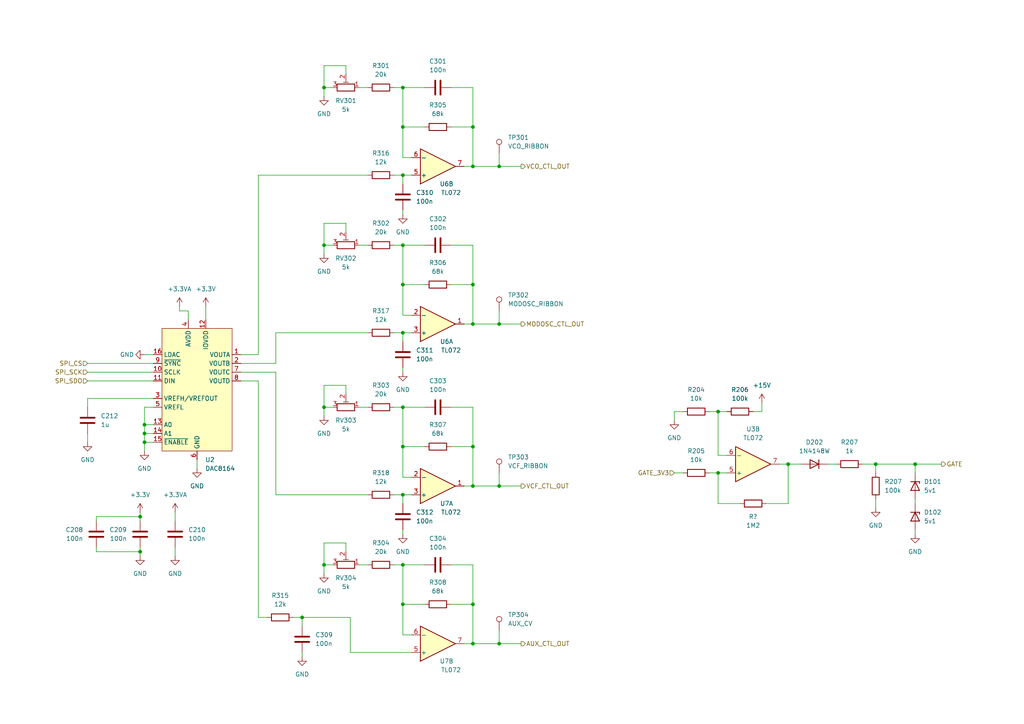
<source format=kicad_sch>
(kicad_sch (version 20230121) (generator eeschema)
  (paper "A4")
  (title_block (title "Josh Ox Ribbon Synth Ribbon board") (date "2023-03-10") (rev "1.0") (comment 1 "creativecommons.org/licences/by/4.0") (comment 2 "license: CC by 4.0") (comment 3 "Author: Jordan Aceto"))
  (lib_symbols
    (symbol "Amplifier_Operational:TL072" (pin_names (offset 0.127))
      (property "Reference" "U" (at 0 5.08 0))
      (property "Value" "TL072" (at 0 -5.08 0))
      (symbol "TL072_1_1"
        (polyline (pts (xy -5.08 5.08) (xy 5.08 0) (xy -5.08 -5.08) (xy -5.08 5.08)) (stroke (width 0.254)) (fill (type background)))
        (pin output line (at 7.62 0 180) (length 2.54) (name "~") (number "1"))
        (pin input line (at -7.62 -2.54 0) (length 2.54) (name "-") (number "2"))
        (pin input line (at -7.62 2.54 0) (length 2.54) (name "+") (number "3"))
      )
      (symbol "TL072_2_1"
        (polyline (pts (xy -5.08 5.08) (xy 5.08 0) (xy -5.08 -5.08) (xy -5.08 5.08)) (stroke (width 0.254)) (fill (type background)))
        (pin input line (at -7.62 2.54 0) (length 2.54) (name "+") (number "5"))
        (pin input line (at -7.62 -2.54 0) (length 2.54) (name "-") (number "6"))
        (pin output line (at 7.62 0 180) (length 2.54) (name "~") (number "7"))
      )
      (symbol "TL072_3_1"
        (pin power_in line (at -2.54 -7.62 90) (length 3.81) (name "V-") (number "4"))
        (pin power_in line (at -2.54 7.62 270) (length 3.81) (name "V+") (number "8"))
      )
    )
    (symbol "Connector:TestPoint" (pin_numbers hide) (pin_names (offset 0.762) hide)
      (property "Reference" "TP" (at 0 6.858 0))
      (property "Value" "TestPoint" (at 0 5.08 0))
      (symbol "TestPoint_0_1"
        (circle (center 0 3.302) (radius 0.762))
      )
      (symbol "TestPoint_1_1"
        (pin passive line (at 0 0 90) (length 2.54) (name "1") (number "1"))
      )
    )
    (symbol "Device:C" (pin_numbers hide) (pin_names (offset 0.254))
      (property "Reference" "C" (at 0.635 2.54 0))
      (property "Value" "C" (at 0.635 -2.54 0))
      (symbol "C_0_1"
        (polyline (pts (xy -2.032 -0.762) (xy 2.032 -0.762)) (stroke (width 0.508)))
        (polyline (pts (xy -2.032 0.762) (xy 2.032 0.762)) (stroke (width 0.508)))
      )
      (symbol "C_1_1"
        (pin passive line (at 0 3.81 270) (length 2.794) (name "~") (number "1"))
        (pin passive line (at 0 -3.81 90) (length 2.794) (name "~") (number "2"))
      )
    )
    (symbol "Device:D_Zener" (pin_numbers hide) (pin_names (offset 1.016) hide)
      (property "Reference" "D" (at 0 2.54 0))
      (property "Value" "D_Zener" (at 0 -2.54 0))
      (symbol "D_Zener_0_1"
        (polyline (pts (xy 1.27 0) (xy -1.27 0)))
        (polyline (pts (xy -1.27 -1.27) (xy -1.27 1.27) (xy -0.762 1.27)) (stroke (width 0.254)))
        (polyline (pts (xy 1.27 -1.27) (xy 1.27 1.27) (xy -1.27 0) (xy 1.27 -1.27)) (stroke (width 0.254)))
      )
      (symbol "D_Zener_1_1"
        (pin passive line (at -3.81 0 0) (length 2.54) (name "K") (number "1"))
        (pin passive line (at 3.81 0 180) (length 2.54) (name "A") (number "2"))
      )
    )
    (symbol "Device:R" (pin_numbers hide) (pin_names (offset 0))
      (property "Reference" "R" (at 2.032 0 90))
      (property "Value" "R" (at 0 0 90))
      (symbol "R_0_1"
        (rectangle (start -1.016 -2.54) (end 1.016 2.54) (stroke (width 0.254)))
      )
      (symbol "R_1_1"
        (pin passive line (at 0 3.81 270) (length 1.27) (name "~") (number "1"))
        (pin passive line (at 0 -3.81 90) (length 1.27) (name "~") (number "2"))
      )
    )
    (symbol "Device:R_Potentiometer_Trim" (pin_names (offset 1.016) hide)
      (property "Reference" "RV" (at -4.445 0 90))
      (property "Value" "R_Potentiometer_Trim" (at -2.54 0 90))
      (symbol "R_Potentiometer_Trim_0_1"
        (polyline (pts (xy 1.524 0.762) (xy 1.524 -0.762)))
        (polyline (pts (xy 2.54 0) (xy 1.524 0)))
        (rectangle (start 1.016 2.54) (end -1.016 -2.54) (stroke (width 0.254)))
      )
      (symbol "R_Potentiometer_Trim_1_1"
        (pin passive line (at 0 3.81 270) (length 1.27) (name "1") (number "1"))
        (pin passive line (at 3.81 0 180) (length 1.27) (name "2") (number "2"))
        (pin passive line (at 0 -3.81 90) (length 1.27) (name "3") (number "3"))
      )
    )
    (symbol "Diode:1N4148W" (pin_numbers hide) (pin_names hide)
      (property "Reference" "D" (at 0 2.54 0))
      (property "Value" "1N4148W" (at 0 -2.54 0))
      (symbol "1N4148W_0_1"
        (polyline (pts (xy -1.27 1.27) (xy -1.27 -1.27)) (stroke (width 0.254)))
        (polyline (pts (xy 1.27 0) (xy -1.27 0)))
        (polyline (pts (xy 1.27 1.27) (xy 1.27 -1.27) (xy -1.27 0) (xy 1.27 1.27)) (stroke (width 0.254)))
      )
      (symbol "1N4148W_1_1"
        (pin passive line (at -3.81 0 0) (length 2.54) (name "K") (number "1"))
        (pin passive line (at 3.81 0 180) (length 2.54) (name "A") (number "2"))
      )
    )
    (symbol "custom_symbols:DAC8164"
      (property "Reference" "U?" (at 2.0194 -17.78 0))
      (property "Value" "DAC8164" (at 2.0194 -20.32 0))
      (symbol "DAC8164_0_0"
        (pin output line (at 12.7 12.7 180) (length 2.54) (name "VOUTA") (number "1"))
        (pin input line (at -12.7 7.62 0) (length 2.54) (name "SCLK") (number "10"))
        (pin input line (at -12.7 5.08 0) (length 2.54) (name "DIN") (number "11"))
        (pin power_in line (at 2.54 22.86 270) (length 2.54) (name "IOVDD") (number "12"))
        (pin input line (at -12.7 -7.62 0) (length 2.54) (name "A0") (number "13"))
        (pin input line (at -12.7 -10.16 0) (length 2.54) (name "A1") (number "14"))
        (pin input line (at -12.7 -12.7 0) (length 2.54) (name "~{ENABLE}") (number "15"))
        (pin input line (at -12.7 12.7 0) (length 2.54) (name "LDAC") (number "16"))
        (pin output line (at 12.7 10.16 180) (length 2.54) (name "VOUTB") (number "2"))
        (pin bidirectional line (at -12.7 0 0) (length 2.54) (name "VREFH/VREFOUT") (number "3"))
        (pin power_in line (at -2.54 22.86 270) (length 2.54) (name "AVDD") (number "4"))
        (pin input line (at -12.7 -2.54 0) (length 2.54) (name "VREFL") (number "5"))
        (pin power_in line (at 0 -17.78 90) (length 2.54) (name "GND") (number "6"))
        (pin output line (at 12.7 7.62 180) (length 2.54) (name "VOUTC") (number "7"))
        (pin output line (at 12.7 5.08 180) (length 2.54) (name "VOUTD") (number "8"))
        (pin input line (at -12.7 10.16 0) (length 2.54) (name "~{SYNC}") (number "9"))
      )
      (symbol "DAC8164_0_1"
        (rectangle (start -10.16 20.32) (end 10.16 -15.24) (stroke (width 0.1524)) (fill (type background)))
      )
    )
    (symbol "power:+15V" (power) (pin_names (offset 0))
      (property "Value" "+15V" (at 0 3.556 0))
      (symbol "+15V_0_1"
        (polyline (pts (xy -0.762 1.27) (xy 0 2.54)))
        (polyline (pts (xy 0 0) (xy 0 2.54)))
        (polyline (pts (xy 0 2.54) (xy 0.762 1.27)))
      )
      (symbol "+15V_1_1"
        (pin power_in line (at 0 0 90) (length 0) hide (name "+15V") (number "1"))
      )
    )
    (symbol "power:+3.3V" (power) (pin_names (offset 0))
      (property "Value" "+3.3V" (at 0 3.556 0))
      (symbol "+3.3V_0_1"
        (polyline (pts (xy -0.762 1.27) (xy 0 2.54)))
        (polyline (pts (xy 0 0) (xy 0 2.54)))
        (polyline (pts (xy 0 2.54) (xy 0.762 1.27)))
      )
      (symbol "+3.3V_1_1"
        (pin power_in line (at 0 0 90) (length 0) hide (name "+3.3V") (number "1"))
      )
    )
    (symbol "power:+3.3VA" (power) (pin_names (offset 0))
      (property "Value" "+3.3VA" (at 0 3.556 0))
      (symbol "+3.3VA_0_1"
        (polyline (pts (xy -0.762 1.27) (xy 0 2.54)))
        (polyline (pts (xy 0 0) (xy 0 2.54)))
        (polyline (pts (xy 0 2.54) (xy 0.762 1.27)))
      )
      (symbol "+3.3VA_1_1"
        (pin power_in line (at 0 0 90) (length 0) hide (name "+3.3VA") (number "1"))
      )
    )
    (symbol "power:GND" (power) (pin_names (offset 0))
      (property "Value" "GND" (at 0 -3.81 0))
      (symbol "GND_0_1"
        (polyline (pts (xy 0 0) (xy 0 -1.27) (xy 1.27 -1.27) (xy 0 -2.54) (xy -1.27 -1.27) (xy 0 -1.27)))
      )
      (symbol "GND_1_1"
        (pin power_in line (at 0 0 270) (length 0) hide (name "GND") (number "1"))
      )
    )
  )
  (junction (at 41.91 125.73))
  (junction (at 208.28 119.38))
  (junction (at 137.16 93.98))
  (junction (at 41.91 123.19))
  (junction (at 93.98 118.11))
  (junction (at 137.16 36.83))
  (junction (at 254 134.62))
  (junction (at 116.84 96.52))
  (junction (at 137.16 82.55))
  (junction (at 93.98 71.12))
  (junction (at 41.91 128.27))
  (junction (at 228.6 134.62))
  (junction (at 116.84 143.51))
  (junction (at 116.84 36.83))
  (junction (at 116.84 163.83))
  (junction (at 208.28 137.16))
  (junction (at 116.84 118.11))
  (junction (at 116.84 25.4))
  (junction (at 116.84 50.8))
  (junction (at 116.84 71.12))
  (junction (at 116.84 82.55))
  (junction (at 144.78 186.69))
  (junction (at 116.84 129.54))
  (junction (at 87.63 179.07))
  (junction (at 116.84 175.26))
  (junction (at 93.98 25.4))
  (junction (at 40.64 160.02))
  (junction (at 265.43 134.62))
  (junction (at 137.16 129.54))
  (junction (at 137.16 186.69))
  (junction (at 93.98 163.83))
  (junction (at 40.64 149.86))
  (junction (at 137.16 48.26))
  (junction (at 144.78 48.26))
  (junction (at 144.78 93.98))
  (junction (at 137.16 175.26))
  (junction (at 144.78 140.97))
  (junction (at 137.16 140.97))
  (wire (pts (xy 52.07 88.9) (xy 52.07 90.17)))
  (wire (pts (xy 144.78 186.69) (xy 151.13 186.69)))
  (wire (pts (xy 144.78 93.98) (xy 151.13 93.98)))
  (wire (pts (xy 100.33 111.76) (xy 93.98 111.76)))
  (wire (pts (xy 137.16 140.97) (xy 144.78 140.97)))
  (wire (pts (xy 27.94 160.02) (xy 40.64 160.02)))
  (wire (pts (xy 205.74 119.38) (xy 208.28 119.38)))
  (wire (pts (xy 130.81 118.11) (xy 137.16 118.11)))
  (wire (pts (xy 137.16 48.26) (xy 144.78 48.26)))
  (wire (pts (xy 116.84 138.43) (xy 116.84 129.54)))
  (wire (pts (xy 116.84 129.54) (xy 123.19 129.54)))
  (wire (pts (xy 74.93 179.07) (xy 77.47 179.07)))
  (wire (pts (xy 137.16 186.69) (xy 144.78 186.69)))
  (wire (pts (xy 100.33 157.48) (xy 93.98 157.48)))
  (wire (pts (xy 69.85 105.41) (xy 80.01 105.41)))
  (wire (pts (xy 137.16 129.54) (xy 137.16 140.97)))
  (wire (pts (xy 208.28 146.05) (xy 208.28 137.16)))
  (wire (pts (xy 123.19 71.12) (xy 116.84 71.12)))
  (wire (pts (xy 52.07 90.17) (xy 54.61 90.17)))
  (wire (pts (xy 100.33 64.77) (xy 93.98 64.77)))
  (wire (pts (xy 100.33 160.02) (xy 100.33 157.48)))
  (wire (pts (xy 116.84 163.83) (xy 116.84 175.26)))
  (wire (pts (xy 85.09 179.07) (xy 87.63 179.07)))
  (wire (pts (xy 116.84 96.52) (xy 116.84 99.06)))
  (wire (pts (xy 137.16 140.97) (xy 134.62 140.97)))
  (wire (pts (xy 100.33 67.31) (xy 100.33 64.77)))
  (wire (pts (xy 137.16 93.98) (xy 134.62 93.98)))
  (wire (pts (xy 116.84 45.72) (xy 116.84 36.83)))
  (wire (pts (xy 25.4 110.49) (xy 44.45 110.49)))
  (wire (pts (xy 144.78 44.45) (xy 144.78 48.26)))
  (wire (pts (xy 119.38 138.43) (xy 116.84 138.43)))
  (wire (pts (xy 116.84 82.55) (xy 123.19 82.55)))
  (wire (pts (xy 116.84 143.51) (xy 116.84 146.05)))
  (wire (pts (xy 93.98 25.4) (xy 93.98 27.94)))
  (wire (pts (xy 114.3 50.8) (xy 116.84 50.8)))
  (wire (pts (xy 80.01 107.95) (xy 80.01 143.51)))
  (wire (pts (xy 119.38 184.15) (xy 116.84 184.15)))
  (wire (pts (xy 208.28 137.16) (xy 210.82 137.16)))
  (wire (pts (xy 144.78 140.97) (xy 151.13 140.97)))
  (wire (pts (xy 195.58 121.92) (xy 195.58 119.38)))
  (wire (pts (xy 101.6 189.23) (xy 119.38 189.23)))
  (wire (pts (xy 74.93 50.8) (xy 106.68 50.8)))
  (wire (pts (xy 208.28 119.38) (xy 208.28 132.08)))
  (wire (pts (xy 44.45 115.57) (xy 25.4 115.57)))
  (wire (pts (xy 116.84 50.8) (xy 116.84 53.34)))
  (wire (pts (xy 265.43 146.05) (xy 265.43 144.78)))
  (wire (pts (xy 265.43 137.16) (xy 265.43 134.62)))
  (wire (pts (xy 41.91 125.73) (xy 44.45 125.73)))
  (wire (pts (xy 40.64 158.75) (xy 40.64 160.02)))
  (wire (pts (xy 214.63 146.05) (xy 208.28 146.05)))
  (wire (pts (xy 195.58 137.16) (xy 198.12 137.16)))
  (wire (pts (xy 137.16 48.26) (xy 134.62 48.26)))
  (wire (pts (xy 208.28 132.08) (xy 210.82 132.08)))
  (wire (pts (xy 100.33 114.3) (xy 100.33 111.76)))
  (wire (pts (xy 220.98 119.38) (xy 218.44 119.38)))
  (wire (pts (xy 50.8 148.59) (xy 50.8 151.13)))
  (wire (pts (xy 130.81 25.4) (xy 137.16 25.4)))
  (wire (pts (xy 240.03 134.62) (xy 242.57 134.62)))
  (wire (pts (xy 41.91 125.73) (xy 41.91 123.19)))
  (wire (pts (xy 40.64 148.59) (xy 40.64 149.86)))
  (wire (pts (xy 116.84 25.4) (xy 116.84 36.83)))
  (wire (pts (xy 116.84 153.67) (xy 116.84 154.94)))
  (wire (pts (xy 116.84 50.8) (xy 119.38 50.8)))
  (wire (pts (xy 116.84 118.11) (xy 116.84 129.54)))
  (wire (pts (xy 254 134.62) (xy 254 137.16)))
  (wire (pts (xy 130.81 163.83) (xy 137.16 163.83)))
  (wire (pts (xy 104.14 25.4) (xy 106.68 25.4)))
  (wire (pts (xy 137.16 186.69) (xy 134.62 186.69)))
  (wire (pts (xy 27.94 158.75) (xy 27.94 160.02)))
  (wire (pts (xy 93.98 71.12) (xy 96.52 71.12)))
  (wire (pts (xy 130.81 71.12) (xy 137.16 71.12)))
  (wire (pts (xy 226.06 134.62) (xy 228.6 134.62)))
  (wire (pts (xy 130.81 82.55) (xy 137.16 82.55)))
  (wire (pts (xy 25.4 107.95) (xy 44.45 107.95)))
  (wire (pts (xy 69.85 107.95) (xy 80.01 107.95)))
  (wire (pts (xy 69.85 110.49) (xy 74.93 110.49)))
  (wire (pts (xy 114.3 118.11) (xy 116.84 118.11)))
  (wire (pts (xy 93.98 25.4) (xy 96.52 25.4)))
  (wire (pts (xy 25.4 125.73) (xy 25.4 128.27)))
  (wire (pts (xy 137.16 36.83) (xy 137.16 48.26)))
  (wire (pts (xy 119.38 91.44) (xy 116.84 91.44)))
  (wire (pts (xy 100.33 21.59) (xy 100.33 19.05)))
  (wire (pts (xy 250.19 134.62) (xy 254 134.62)))
  (wire (pts (xy 80.01 105.41) (xy 80.01 96.52)))
  (wire (pts (xy 123.19 118.11) (xy 116.84 118.11)))
  (wire (pts (xy 93.98 163.83) (xy 96.52 163.83)))
  (wire (pts (xy 93.98 71.12) (xy 93.98 73.66)))
  (wire (pts (xy 25.4 105.41) (xy 44.45 105.41)))
  (wire (pts (xy 25.4 115.57) (xy 25.4 118.11)))
  (wire (pts (xy 144.78 137.16) (xy 144.78 140.97)))
  (wire (pts (xy 116.84 91.44) (xy 116.84 82.55)))
  (wire (pts (xy 119.38 45.72) (xy 116.84 45.72)))
  (wire (pts (xy 265.43 154.94) (xy 265.43 153.67)))
  (wire (pts (xy 93.98 118.11) (xy 96.52 118.11)))
  (wire (pts (xy 137.16 82.55) (xy 137.16 93.98)))
  (wire (pts (xy 41.91 123.19) (xy 44.45 123.19)))
  (wire (pts (xy 144.78 48.26) (xy 151.13 48.26)))
  (wire (pts (xy 93.98 111.76) (xy 93.98 118.11)))
  (wire (pts (xy 130.81 175.26) (xy 137.16 175.26)))
  (wire (pts (xy 123.19 163.83) (xy 116.84 163.83)))
  (wire (pts (xy 27.94 151.13) (xy 27.94 149.86)))
  (wire (pts (xy 228.6 146.05) (xy 228.6 134.62)))
  (wire (pts (xy 74.93 102.87) (xy 74.93 50.8)))
  (wire (pts (xy 228.6 134.62) (xy 232.41 134.62)))
  (wire (pts (xy 205.74 137.16) (xy 208.28 137.16)))
  (wire (pts (xy 137.16 25.4) (xy 137.16 36.83)))
  (wire (pts (xy 100.33 19.05) (xy 93.98 19.05)))
  (wire (pts (xy 69.85 102.87) (xy 74.93 102.87)))
  (wire (pts (xy 40.64 151.13) (xy 40.64 149.86)))
  (wire (pts (xy 137.16 93.98) (xy 144.78 93.98)))
  (wire (pts (xy 144.78 182.88) (xy 144.78 186.69)))
  (wire (pts (xy 40.64 160.02) (xy 40.64 161.29)))
  (wire (pts (xy 41.91 128.27) (xy 41.91 130.81)))
  (wire (pts (xy 27.94 149.86) (xy 40.64 149.86)))
  (wire (pts (xy 116.84 106.68) (xy 116.84 107.95)))
  (wire (pts (xy 57.15 133.35) (xy 57.15 135.89)))
  (wire (pts (xy 41.91 118.11) (xy 41.91 123.19)))
  (wire (pts (xy 80.01 96.52) (xy 106.68 96.52)))
  (wire (pts (xy 114.3 71.12) (xy 116.84 71.12)))
  (wire (pts (xy 130.81 36.83) (xy 137.16 36.83)))
  (wire (pts (xy 114.3 143.51) (xy 116.84 143.51)))
  (wire (pts (xy 87.63 179.07) (xy 101.6 179.07)))
  (wire (pts (xy 116.84 96.52) (xy 119.38 96.52)))
  (wire (pts (xy 93.98 64.77) (xy 93.98 71.12)))
  (wire (pts (xy 80.01 143.51) (xy 106.68 143.51)))
  (wire (pts (xy 114.3 25.4) (xy 116.84 25.4)))
  (wire (pts (xy 50.8 158.75) (xy 50.8 161.29)))
  (wire (pts (xy 87.63 179.07) (xy 87.63 181.61)))
  (wire (pts (xy 123.19 25.4) (xy 116.84 25.4)))
  (wire (pts (xy 104.14 163.83) (xy 106.68 163.83)))
  (wire (pts (xy 116.84 36.83) (xy 123.19 36.83)))
  (wire (pts (xy 41.91 128.27) (xy 41.91 125.73)))
  (wire (pts (xy 114.3 96.52) (xy 116.84 96.52)))
  (wire (pts (xy 104.14 118.11) (xy 106.68 118.11)))
  (wire (pts (xy 93.98 163.83) (xy 93.98 166.37)))
  (wire (pts (xy 137.16 163.83) (xy 137.16 175.26)))
  (wire (pts (xy 137.16 71.12) (xy 137.16 82.55)))
  (wire (pts (xy 44.45 128.27) (xy 41.91 128.27)))
  (wire (pts (xy 93.98 118.11) (xy 93.98 120.65)))
  (wire (pts (xy 254 134.62) (xy 265.43 134.62)))
  (wire (pts (xy 116.84 184.15) (xy 116.84 175.26)))
  (wire (pts (xy 114.3 163.83) (xy 116.84 163.83)))
  (wire (pts (xy 93.98 157.48) (xy 93.98 163.83)))
  (wire (pts (xy 195.58 119.38) (xy 198.12 119.38)))
  (wire (pts (xy 220.98 116.84) (xy 220.98 119.38)))
  (wire (pts (xy 130.81 129.54) (xy 137.16 129.54)))
  (wire (pts (xy 208.28 119.38) (xy 210.82 119.38)))
  (wire (pts (xy 144.78 90.17) (xy 144.78 93.98)))
  (wire (pts (xy 74.93 110.49) (xy 74.93 179.07)))
  (wire (pts (xy 137.16 175.26) (xy 137.16 186.69)))
  (wire (pts (xy 137.16 118.11) (xy 137.16 129.54)))
  (wire (pts (xy 116.84 175.26) (xy 123.19 175.26)))
  (wire (pts (xy 101.6 179.07) (xy 101.6 189.23)))
  (wire (pts (xy 87.63 189.23) (xy 87.63 190.5)))
  (wire (pts (xy 116.84 71.12) (xy 116.84 82.55)))
  (wire (pts (xy 104.14 71.12) (xy 106.68 71.12)))
  (wire (pts (xy 116.84 60.96) (xy 116.84 62.23)))
  (wire (pts (xy 265.43 134.62) (xy 273.05 134.62)))
  (wire (pts (xy 44.45 118.11) (xy 41.91 118.11)))
  (wire (pts (xy 222.25 146.05) (xy 228.6 146.05)))
  (wire (pts (xy 54.61 90.17) (xy 54.61 92.71)))
  (wire (pts (xy 59.69 88.9) (xy 59.69 92.71)))
  (wire (pts (xy 116.84 143.51) (xy 119.38 143.51)))
  (wire (pts (xy 93.98 19.05) (xy 93.98 25.4)))
  (wire (pts (xy 254 147.32) (xy 254 144.78)))
  (wire (pts (xy 44.45 102.87) (xy 41.91 102.87)))
  (hierarchical_label "VCO_CTL_OUT" (shape output) (at 151.13 48.26 0))
  (hierarchical_label "GATE" (shape output) (at 273.05 134.62 0))
  (hierarchical_label "SPI_CS" (shape input) (at 25.4 105.41 180))
  (hierarchical_label "AUX_CTL_OUT" (shape output) (at 151.13 186.69 0))
  (hierarchical_label "GATE_3V3" (shape input) (at 195.58 137.16 180))
  (hierarchical_label "MODOSC_CTL_OUT" (shape output) (at 151.13 93.98 0))
  (hierarchical_label "SPI_SDO" (shape input) (at 25.4 110.49 180))
  (hierarchical_label "VCF_CTL_OUT" (shape output) (at 151.13 140.97 0))
  (hierarchical_label "SPI_SCK" (shape input) (at 25.4 107.95 180))
  (symbol (lib_id "Diode:1N4148W") (at 236.22 134.62 180) (unit 1)
    (property "Reference" "D202" (at 236.22 128.27 0))
    (property "Value" "1N4148W" (at 236.22 130.81 0))
    (property "Footprint" "Diode_SMD:D_SOD-123" (effects hide))
    (property "Datasheet" "https://www.vishay.com/docs/85748/1n4148w.pdf" (effects hide))
    (instances (project "ribbon_board" (path "" (reference "D202") (unit 1)) (path "" (reference "D301") (unit 1))))
  )
  (symbol (lib_id "power:GND") (at 116.84 62.23 0) (unit 1)
    (property "Reference" "#PWR0305" (effects hide))
    (property "Value" "GND" (at 116.84 67.31 0))
  )
  (symbol (lib_id "power:GND") (at 93.98 120.65 0) (unit 1)
    (property "Reference" "#PWR0303" (effects hide))
    (property "Value" "GND" (at 93.98 125.73 0))
  )
  (symbol (lib_id "Device:R") (at 127 36.83 90) (unit 1)
    (property "Reference" "R305" (at 127 30.48 90))
    (property "Value" "68k" (at 127 33.02 90))
    (property "Footprint" "Resistor_SMD:R_0805_2012Metric" (effects hide))
  )
  (symbol (lib_id "power:+15V") (at 220.98 116.84 0) (unit 1)
    (property "Reference" "#PWR0231" (effects hide))
    (property "Value" "+15V" (at 220.98 111.76 0))
    (instances (project "ribbon_board" (path "" (reference "#PWR0231") (unit 1)) (path "" (reference "#PWR017") (unit 1))))
  )
  (symbol (lib_id "Connector:TestPoint") (at 144.78 90.17 0) (unit 1) (in_bom no)
    (property "Reference" "TP302" (at 147.32 85.5979 0) (effects (justify left)))
    (property "Value" "MODOSC_RIBBON" (at 147.32 88.1379 0) (effects (justify left)))
    (property "Footprint" "TestPoint:TestPoint_Keystone_5000-5004_Miniature" (effects hide))
  )
  (symbol (lib_id "Device:C") (at 127 25.4 90) (unit 1)
    (property "Reference" "C301" (at 127 17.78 90))
    (property "Value" "100n" (at 127 20.32 90))
    (property "Footprint" "Capacitor_SMD:C_0603_1608Metric" (effects hide))
  )
  (symbol (lib_id "Device:C") (at 127 163.83 90) (unit 1)
    (property "Reference" "C304" (at 127 156.21 90))
    (property "Value" "100n" (at 127 158.75 90))
    (property "Footprint" "Capacitor_SMD:C_0603_1608Metric" (effects hide))
  )
  (symbol (lib_id "Amplifier_Operational:TL072") (at 127 48.26 0) (mirror x) (unit 2)
    (property "Reference" "U6" (at 129.54 53.34 0))
    (property "Value" "TL072" (at 130.81 55.88 0))
    (property "Footprint" "Package_SO:SOIC-8_3.9x4.9mm_P1.27mm" (effects hide))
    (property "Datasheet" "http://www.ti.com/lit/ds/symlink/tl071.pdf" (effects hide))
  )
  (symbol (lib_id "power:GND") (at 40.64 161.29 0) (mirror y) (unit 1)
    (property "Reference" "#PWR0221" (effects hide))
    (property "Value" "GND" (at 40.64 166.37 0))
    (instances (project "ribbon_board" (path "" (reference "#PWR0221") (unit 1)) (path "" (reference "#PWR025") (unit 1))))
  )
  (symbol (lib_id "custom_symbols:DAC8164") (at 57.15 115.57 0) (unit 1)
    (property "Reference" "U2" (at 59.5235 133.35 0) (effects (justify left)))
    (property "Value" "DAC8164" (at 59.5235 135.89 0) (effects (justify left)))
    (property "Footprint" "Package_SO:TSSOP-16_4.4x5mm_P0.65mm" (effects hide))
    (property "Datasheet" "https://www.ti.com/lit/ds/symlink/dac8164.pdf" (effects hide))
    (instances (project "ribbon_board" (path "" (reference "U2") (unit 1)) (path "" (reference "U5") (unit 1))))
  )
  (symbol (lib_id "power:+3.3V") (at 40.64 148.59 0) (unit 1)
    (property "Reference" "#PWR0222" (effects hide))
    (property "Value" "+3.3V" (at 40.64 143.51 0))
    (instances (project "ribbon_board" (path "" (reference "#PWR0222") (unit 1)) (path "" (reference "#PWR020") (unit 1))))
  )
  (symbol (lib_id "power:GND") (at 93.98 27.94 0) (unit 1)
    (property "Reference" "#PWR0301" (effects hide))
    (property "Value" "GND" (at 93.98 33.02 0))
  )
  (symbol (lib_id "power:GND") (at 116.84 107.95 0) (unit 1)
    (property "Reference" "#PWR0306" (effects hide))
    (property "Value" "GND" (at 116.84 113.03 0))
  )
  (symbol (lib_id "power:GND") (at 254 147.32 0) (mirror y) (unit 1)
    (property "Reference" "#PWR0236" (effects hide))
    (property "Value" "GND" (at 254 152.4 0))
    (instances (project "ribbon_board" (path "" (reference "#PWR0236") (unit 1)) (path "" (reference "#PWR021") (unit 1))))
  )
  (symbol (lib_id "Device:R_Potentiometer_Trim") (at 100.33 25.4 270) (mirror x) (unit 1)
    (property "Reference" "RV301" (at 100.33 29.21 90))
    (property "Value" "5k" (at 100.33 31.75 90))
    (property "Footprint" "Potentiometer_THT:Potentiometer_Bourns_3296W_Vertical" (effects hide))
  )
  (symbol (lib_id "Device:R") (at 110.49 163.83 90) (unit 1)
    (property "Reference" "R304" (at 110.49 157.48 90))
    (property "Value" "20k" (at 110.49 160.02 90))
    (property "Footprint" "Resistor_SMD:R_0805_2012Metric" (effects hide))
  )
  (symbol (lib_id "power:GND") (at 41.91 130.81 0) (unit 1)
    (property "Reference" "#PWR0233" (effects hide))
    (property "Value" "GND" (at 41.91 135.89 0))
    (instances (project "ribbon_board" (path "" (reference "#PWR0233") (unit 1)) (path "" (reference "#PWR019") (unit 1))))
  )
  (symbol (lib_id "Device:R_Potentiometer_Trim") (at 100.33 163.83 270) (mirror x) (unit 1)
    (property "Reference" "RV304" (at 100.33 167.64 90))
    (property "Value" "5k" (at 100.33 170.18 90))
    (property "Footprint" "Potentiometer_THT:Potentiometer_Bourns_3296W_Vertical" (effects hide))
  )
  (symbol (lib_id "power:GND") (at 41.91 102.87 270) (unit 1)
    (property "Reference" "#PWR0232" (effects hide))
    (property "Value" "GND" (at 36.83 102.87 90))
    (instances (project "ribbon_board" (path "" (reference "#PWR0232") (unit 1)) (path "" (reference "#PWR018") (unit 1))))
  )
  (symbol (lib_id "Device:R") (at 201.93 137.16 90) (mirror x) (unit 1)
    (property "Reference" "R205" (at 201.93 130.81 90))
    (property "Value" "10k" (at 201.93 133.35 90))
    (property "Footprint" "Resistor_SMD:R_0805_2012Metric" (effects hide))
    (instances (project "ribbon_board" (path "" (reference "R205") (unit 1)) (path "" (reference "R310") (unit 1))))
  )
  (symbol (lib_id "Device:R") (at 127 175.26 90) (unit 1)
    (property "Reference" "R308" (at 127 168.91 90))
    (property "Value" "68k" (at 127 171.45 90))
    (property "Footprint" "Resistor_SMD:R_0805_2012Metric" (effects hide))
  )
  (symbol (lib_id "Device:C") (at 27.94 154.94 0) (mirror y) (unit 1)
    (property "Reference" "C208" (at 24.13 153.6699 0) (effects (justify left)))
    (property "Value" "100n" (at 24.13 156.2099 0) (effects (justify left)))
    (property "Footprint" "Capacitor_SMD:C_0603_1608Metric" (effects hide))
    (instances (project "ribbon_board" (path "" (reference "C208") (unit 1)) (path "" (reference "C306") (unit 1))))
  )
  (symbol (lib_id "Device:D_Zener") (at 265.43 140.97 270) (unit 1)
    (property "Reference" "D101" (at 267.97 139.7 90) (effects (justify left)))
    (property "Value" "5v1" (at 267.97 142.24 90) (effects (justify left)))
    (property "Footprint" "Diode_SMD:D_SOD-123" (effects hide))
    (instances (project "ribbon_board" (path "" (reference "D101") (unit 1)) (path "" (reference "D302") (unit 1))))
  )
  (symbol (lib_id "power:GND") (at 93.98 73.66 0) (unit 1)
    (property "Reference" "#PWR0302" (effects hide))
    (property "Value" "GND" (at 93.98 78.74 0))
  )
  (symbol (lib_id "Device:C") (at 87.63 185.42 180) (unit 1)
    (property "Reference" "C309" (at 91.44 184.15 0) (effects (justify right)))
    (property "Value" "100n" (at 91.44 186.69 0) (effects (justify right)))
    (property "Footprint" "Capacitor_SMD:C_0603_1608Metric" (effects hide))
  )
  (symbol (lib_id "Device:R") (at 110.49 96.52 90) (unit 1)
    (property "Reference" "R317" (at 110.49 90.17 90))
    (property "Value" "12k" (at 110.49 92.71 90))
    (property "Footprint" "Resistor_SMD:R_0805_2012Metric" (effects hide))
  )
  (symbol (lib_id "power:GND") (at 25.4 128.27 0) (unit 1)
    (property "Reference" "#PWR0230" (effects hide))
    (property "Value" "GND" (at 25.4 133.35 0))
    (instances (project "ribbon_board" (path "" (reference "#PWR0230") (unit 1)) (path "" (reference "#PWR016") (unit 1))))
  )
  (symbol (lib_id "Device:R") (at 254 140.97 0) (unit 1)
    (property "Reference" "R207" (at 256.54 139.6999 0) (effects (justify left)))
    (property "Value" "100k" (at 256.54 142.2399 0) (effects (justify left)))
    (property "Footprint" "Resistor_SMD:R_0805_2012Metric" (effects hide))
    (instances (project "ribbon_board" (path "" (reference "R207") (unit 1)) (path "" (reference "R314") (unit 1))))
  )
  (symbol (lib_id "Device:C") (at 116.84 102.87 180) (unit 1)
    (property "Reference" "C311" (at 120.65 101.6 0) (effects (justify right)))
    (property "Value" "100n" (at 120.65 104.14 0) (effects (justify right)))
    (property "Footprint" "Capacitor_SMD:C_0603_1608Metric" (effects hide))
  )
  (symbol (lib_id "Device:C") (at 116.84 149.86 180) (unit 1)
    (property "Reference" "C312" (at 120.65 148.59 0) (effects (justify right)))
    (property "Value" "100n" (at 120.65 151.13 0) (effects (justify right)))
    (property "Footprint" "Capacitor_SMD:C_0603_1608Metric" (effects hide))
  )
  (symbol (lib_id "Device:R") (at 201.93 119.38 90) (mirror x) (unit 1)
    (property "Reference" "R204" (at 201.93 113.03 90))
    (property "Value" "10k" (at 201.93 115.57 90))
    (property "Footprint" "Resistor_SMD:R_0805_2012Metric" (effects hide))
    (instances (project "ribbon_board" (path "" (reference "R204") (unit 1)) (path "" (reference "R309") (unit 1))))
  )
  (symbol (lib_id "Device:C") (at 116.84 57.15 180) (unit 1)
    (property "Reference" "C310" (at 120.65 55.88 0) (effects (justify right)))
    (property "Value" "100n" (at 120.65 58.42 0) (effects (justify right)))
    (property "Footprint" "Capacitor_SMD:C_0603_1608Metric" (effects hide))
  )
  (symbol (lib_id "Device:R") (at 127 82.55 90) (unit 1)
    (property "Reference" "R306" (at 127 76.2 90))
    (property "Value" "68k" (at 127 78.74 90))
    (property "Footprint" "Resistor_SMD:R_0805_2012Metric" (effects hide))
  )
  (symbol (lib_id "power:GND") (at 57.15 135.89 0) (unit 1)
    (property "Reference" "#PWR0237" (effects hide))
    (property "Value" "GND" (at 57.15 140.97 0))
    (instances (project "ribbon_board" (path "" (reference "#PWR0237") (unit 1)) (path "" (reference "#PWR023") (unit 1))))
  )
  (symbol (lib_id "Device:R") (at 110.49 71.12 90) (unit 1)
    (property "Reference" "R302" (at 110.49 64.77 90))
    (property "Value" "20k" (at 110.49 67.31 90))
    (property "Footprint" "Resistor_SMD:R_0805_2012Metric" (effects hide))
  )
  (symbol (lib_id "Device:C") (at 40.64 154.94 0) (mirror y) (unit 1)
    (property "Reference" "C209" (at 36.83 153.6699 0) (effects (justify left)))
    (property "Value" "100n" (at 36.83 156.2099 0) (effects (justify left)))
    (property "Footprint" "Capacitor_SMD:C_0603_1608Metric" (effects hide))
    (instances (project "ribbon_board" (path "" (reference "C209") (unit 1)) (path "" (reference "C307") (unit 1))))
  )
  (symbol (lib_id "Device:R_Potentiometer_Trim") (at 100.33 71.12 270) (mirror x) (unit 1)
    (property "Reference" "RV302" (at 100.33 74.93 90))
    (property "Value" "5k" (at 100.33 77.47 90))
    (property "Footprint" "Potentiometer_THT:Potentiometer_Bourns_3296W_Vertical" (effects hide))
  )
  (symbol (lib_id "power:GND") (at 116.84 154.94 0) (unit 1)
    (property "Reference" "#PWR0307" (effects hide))
    (property "Value" "GND" (at 116.84 160.02 0))
  )
  (symbol (lib_id "Device:R") (at 110.49 143.51 90) (unit 1)
    (property "Reference" "R318" (at 110.49 137.16 90))
    (property "Value" "12k" (at 110.49 139.7 90))
    (property "Footprint" "Resistor_SMD:R_0805_2012Metric" (effects hide))
  )
  (symbol (lib_id "power:GND") (at 87.63 190.5 0) (unit 1)
    (property "Reference" "#PWR0308" (effects hide))
    (property "Value" "GND" (at 87.63 195.58 0))
  )
  (symbol (lib_id "Connector:TestPoint") (at 144.78 182.88 0) (unit 1) (in_bom no)
    (property "Reference" "TP304" (at 147.32 178.308 0) (effects (justify left)))
    (property "Value" "AUX_CV" (at 147.32 180.848 0) (effects (justify left)))
    (property "Footprint" "TestPoint:TestPoint_Keystone_5000-5004_Miniature" (effects hide))
  )
  (symbol (lib_id "Device:R") (at 110.49 25.4 90) (unit 1)
    (property "Reference" "R301" (at 110.49 19.05 90))
    (property "Value" "20k" (at 110.49 21.59 90))
    (property "Footprint" "Resistor_SMD:R_0805_2012Metric" (effects hide))
  )
  (symbol (lib_id "Amplifier_Operational:TL072") (at 127 140.97 0) (mirror x) (unit 1)
    (property "Reference" "U7" (at 129.54 146.05 0))
    (property "Value" "TL072" (at 130.81 148.59 0))
    (property "Footprint" "Package_SO:SOIC-8_3.9x4.9mm_P1.27mm" (effects hide))
    (property "Datasheet" "http://www.ti.com/lit/ds/symlink/tl071.pdf" (effects hide))
  )
  (symbol (lib_id "Device:R_Potentiometer_Trim") (at 100.33 118.11 270) (mirror x) (unit 1)
    (property "Reference" "RV303" (at 100.33 121.92 90))
    (property "Value" "5k" (at 100.33 124.46 90))
    (property "Footprint" "Potentiometer_THT:Potentiometer_Bourns_3296W_Vertical" (effects hide))
  )
  (symbol (lib_id "Device:R") (at 246.38 134.62 90) (unit 1)
    (property "Reference" "R207" (at 246.38 128.27 90))
    (property "Value" "1k" (at 246.38 130.81 90))
    (property "Footprint" "Resistor_SMD:R_0805_2012Metric" (effects hide))
    (instances (project "ribbon_board" (path "" (reference "R207") (unit 1)) (path "" (reference "R313") (unit 1))))
  )
  (symbol (lib_id "Amplifier_Operational:TL072") (at 127 186.69 0) (mirror x) (unit 2)
    (property "Reference" "U7" (at 129.54 191.77 0))
    (property "Value" "TL072" (at 130.81 194.31 0))
    (property "Footprint" "Package_SO:SOIC-8_3.9x4.9mm_P1.27mm" (effects hide))
    (property "Datasheet" "http://www.ti.com/lit/ds/symlink/tl071.pdf" (effects hide))
  )
  (symbol (lib_id "Device:R") (at 110.49 50.8 90) (unit 1)
    (property "Reference" "R316" (at 110.49 44.45 90))
    (property "Value" "12k" (at 110.49 46.99 90))
    (property "Footprint" "Resistor_SMD:R_0805_2012Metric" (effects hide))
  )
  (symbol (lib_id "Device:C") (at 25.4 121.92 0) (unit 1)
    (property "Reference" "C212" (at 29.21 120.6499 0) (effects (justify left)))
    (property "Value" "1u" (at 29.21 123.1899 0) (effects (justify left)))
    (property "Footprint" "Capacitor_SMD:C_0805_2012Metric" (effects hide))
    (instances (project "ribbon_board" (path "" (reference "C212") (unit 1)) (path "" (reference "C305") (unit 1))))
  )
  (symbol (lib_id "Device:R") (at 110.49 118.11 90) (unit 1)
    (property "Reference" "R303" (at 110.49 111.76 90))
    (property "Value" "20k" (at 110.49 114.3 90))
    (property "Footprint" "Resistor_SMD:R_0805_2012Metric" (effects hide))
  )
  (symbol (lib_id "power:+3.3VA") (at 50.8 148.59 0) (unit 1)
    (property "Reference" "#PWR0224" (effects hide))
    (property "Value" "+3.3VA" (at 50.8 143.51 0))
    (instances (project "ribbon_board" (path "" (reference "#PWR0224") (unit 1)) (path "" (reference "#PWR028") (unit 1))))
  )
  (symbol (lib_id "power:GND") (at 195.58 121.92 0) (mirror y) (unit 1)
    (property "Reference" "#PWR0229" (effects hide))
    (property "Value" "GND" (at 195.58 127 0))
    (instances (project "ribbon_board" (path "" (reference "#PWR0229") (unit 1)) (path "" (reference "#PWR015") (unit 1))))
  )
  (symbol (lib_id "power:+3.3V") (at 59.69 88.9 0) (unit 1)
    (property "Reference" "#PWR0238" (effects hide))
    (property "Value" "+3.3V" (at 59.69 83.82 0))
    (instances (project "ribbon_board" (path "" (reference "#PWR0238") (unit 1)) (path "" (reference "#PWR024") (unit 1))))
  )
  (symbol (lib_id "Device:R") (at 127 129.54 90) (unit 1)
    (property "Reference" "R307" (at 127 123.19 90))
    (property "Value" "68k" (at 127 125.73 90))
    (property "Footprint" "Resistor_SMD:R_0805_2012Metric" (effects hide))
  )
  (symbol (lib_id "Device:D_Zener") (at 265.43 149.86 270) (unit 1)
    (property "Reference" "D102" (at 267.97 148.59 90) (effects (justify left)))
    (property "Value" "5v1" (at 267.97 151.13 90) (effects (justify left)))
    (property "Footprint" "Diode_SMD:D_SOD-123" (effects hide))
    (instances (project "ribbon_board" (path "" (reference "D102") (unit 1)) (path "" (reference "D303") (unit 1))))
  )
  (symbol (lib_id "power:GND") (at 265.43 154.94 0) (mirror y) (unit 1)
    (property "Reference" "#PWR0236" (effects hide))
    (property "Value" "GND" (at 265.43 160.02 0))
    (instances (project "ribbon_board" (path "" (reference "#PWR0236") (unit 1)) (path "" (reference "#PWR030") (unit 1))))
  )
  (symbol (lib_id "Connector:TestPoint") (at 144.78 44.45 0) (unit 1) (in_bom no)
    (property "Reference" "TP301" (at 147.32 39.8779 0) (effects (justify left)))
    (property "Value" "VCO_RIBBON" (at 147.32 42.4179 0) (effects (justify left)))
    (property "Footprint" "TestPoint:TestPoint_Keystone_5000-5004_Miniature" (effects hide))
  )
  (symbol (lib_id "power:GND") (at 93.98 166.37 0) (unit 1)
    (property "Reference" "#PWR0304" (effects hide))
    (property "Value" "GND" (at 93.98 171.45 0))
  )
  (symbol (lib_id "power:GND") (at 50.8 161.29 0) (unit 1)
    (property "Reference" "#PWR0227" (effects hide))
    (property "Value" "GND" (at 50.8 166.37 0))
    (instances (project "ribbon_board" (path "" (reference "#PWR0227") (unit 1)) (path "" (reference "#PWR029") (unit 1))))
  )
  (symbol (lib_id "Amplifier_Operational:TL072") (at 218.44 134.62 0) (mirror x) (unit 2)
    (property "Reference" "U3" (at 218.44 124.46 0))
    (property "Value" "TL072" (at 218.44 127 0))
    (property "Footprint" "Package_SO:SOIC-8_3.9x4.9mm_P1.27mm" (effects hide))
    (property "Datasheet" "http://www.ti.com/lit/ds/symlink/tl071.pdf" (effects hide))
    (instances (project "ribbon_board" (path "" (reference "U3") (unit 2)) (path "" (reference "U8") (unit 2))))
  )
  (symbol (lib_id "Device:C") (at 127 118.11 90) (unit 1)
    (property "Reference" "C303" (at 127 110.49 90))
    (property "Value" "100n" (at 127 113.03 90))
    (property "Footprint" "Capacitor_SMD:C_0603_1608Metric" (effects hide))
  )
  (symbol (lib_id "Device:R") (at 214.63 119.38 90) (mirror x) (unit 1)
    (property "Reference" "R206" (at 214.63 113.03 90))
    (property "Value" "100k" (at 214.63 115.57 90))
    (property "Footprint" "Resistor_SMD:R_0805_2012Metric" (effects hide))
    (instances (project "ribbon_board" (path "" (reference "R206") (unit 1)) (path "" (reference "R311") (unit 1))))
  )
  (symbol (lib_id "Connector:TestPoint") (at 144.78 137.16 0) (unit 1) (in_bom no)
    (property "Reference" "TP303" (at 147.32 132.5879 0) (effects (justify left)))
    (property "Value" "VCF_RIBBON" (at 147.32 135.1279 0) (effects (justify left)))
    (property "Footprint" "TestPoint:TestPoint_Keystone_5000-5004_Miniature" (effects hide))
  )
  (symbol (lib_id "Device:C") (at 127 71.12 90) (unit 1)
    (property "Reference" "C302" (at 127 63.5 90))
    (property "Value" "100n" (at 127 66.04 90))
    (property "Footprint" "Capacitor_SMD:C_0603_1608Metric" (effects hide))
  )
  (symbol (lib_id "Device:R") (at 81.28 179.07 90) (unit 1)
    (property "Reference" "R315" (at 81.28 172.72 90))
    (property "Value" "12k" (at 81.28 175.26 90))
    (property "Footprint" "Resistor_SMD:R_0805_2012Metric" (effects hide))
  )
  (symbol (lib_id "Device:C") (at 50.8 154.94 0) (unit 1)
    (property "Reference" "C210" (at 54.61 153.6699 0) (effects (justify left)))
    (property "Value" "100n" (at 54.61 156.2099 0) (effects (justify left)))
    (property "Footprint" "Capacitor_SMD:C_0603_1608Metric" (effects hide))
    (instances (project "ribbon_board" (path "" (reference "C210") (unit 1)) (path "" (reference "C308") (unit 1))))
  )
  (symbol (lib_id "Amplifier_Operational:TL072") (at 127 93.98 0) (mirror x) (unit 1)
    (property "Reference" "U6" (at 129.54 99.06 0))
    (property "Value" "TL072" (at 130.81 101.6 0))
    (property "Footprint" "Package_SO:SOIC-8_3.9x4.9mm_P1.27mm" (effects hide))
    (property "Datasheet" "http://www.ti.com/lit/ds/symlink/tl071.pdf" (effects hide))
  )
  (symbol (lib_id "power:+3.3VA") (at 52.07 88.9 0) (unit 1)
    (property "Reference" "#PWR0235" (effects hide))
    (property "Value" "+3.3VA" (at 52.07 83.82 0))
    (instances (project "ribbon_board" (path "" (reference "#PWR0235") (unit 1)) (path "" (reference "#PWR022") (unit 1))))
  )
  (symbol (lib_id "Device:R") (at 218.44 146.05 90) (mirror x) (unit 1)
    (property "Reference" "R?" (at 218.44 149.86 90))
    (property "Value" "1M2" (at 218.44 152.4 90))
    (property "Footprint" "Resistor_SMD:R_0805_2012Metric" (effects hide))
    (instances (project "ribbon_board" (path "" (reference "R?") (unit 1)) (path "" (reference "R312") (unit 1))))
  )
)
</source>
